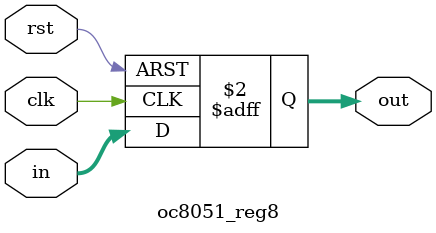
<source format=v>

`include "oc8051_timescale.v"
// synopsys translate_on

module oc8051_reg8 (clk, rst, in, out);
input [7:0] in; input clk, rst;
output [7:0] out;
reg [7:0] out;

always @(posedge clk or posedge rst)
  if (rst) out <= 1'b0;
  else
    out <= #1 in;

endmodule
</source>
